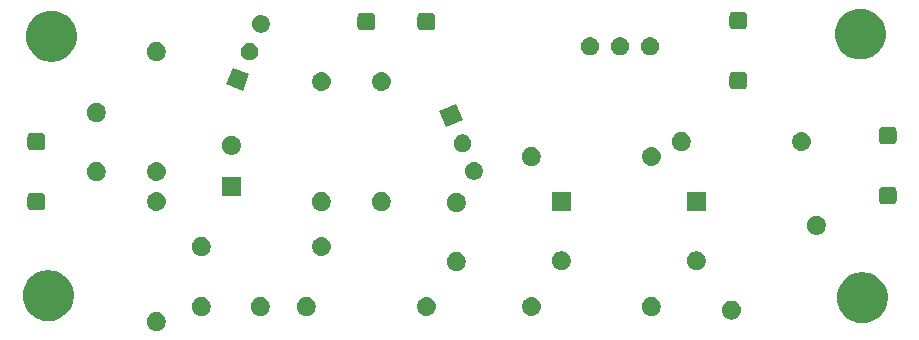
<source format=gbr>
G04 #@! TF.GenerationSoftware,KiCad,Pcbnew,(5.1.4)-1*
G04 #@! TF.CreationDate,2021-03-27T03:22:11-04:00*
G04 #@! TF.ProjectId,klark amp boards,6b6c6172-6b20-4616-9d70-20626f617264,1*
G04 #@! TF.SameCoordinates,Original*
G04 #@! TF.FileFunction,Soldermask,Top*
G04 #@! TF.FilePolarity,Negative*
%FSLAX46Y46*%
G04 Gerber Fmt 4.6, Leading zero omitted, Abs format (unit mm)*
G04 Created by KiCad (PCBNEW (5.1.4)-1) date 2021-03-27 03:22:11*
%MOMM*%
%LPD*%
G04 APERTURE LIST*
%ADD10C,0.152400*%
G04 APERTURE END LIST*
D10*
G36*
X142370312Y-100810248D02*
G01*
X142473351Y-100830743D01*
X142618942Y-100891049D01*
X142749970Y-100978599D01*
X142861401Y-101090030D01*
X142948951Y-101221058D01*
X143009257Y-101366649D01*
X143040000Y-101521207D01*
X143040000Y-101678793D01*
X143009257Y-101833351D01*
X142948951Y-101978942D01*
X142861401Y-102109970D01*
X142749970Y-102221401D01*
X142618942Y-102308951D01*
X142473351Y-102369257D01*
X142370312Y-102389752D01*
X142318794Y-102400000D01*
X142161206Y-102400000D01*
X142109688Y-102389752D01*
X142006649Y-102369257D01*
X141861058Y-102308951D01*
X141730030Y-102221401D01*
X141618599Y-102109970D01*
X141531049Y-101978942D01*
X141470743Y-101833351D01*
X141440000Y-101678793D01*
X141440000Y-101521207D01*
X141470743Y-101366649D01*
X141531049Y-101221058D01*
X141618599Y-101090030D01*
X141730030Y-100978599D01*
X141861058Y-100891049D01*
X142006649Y-100830743D01*
X142109688Y-100810248D01*
X142161206Y-100800000D01*
X142318794Y-100800000D01*
X142370312Y-100810248D01*
X142370312Y-100810248D01*
G37*
G36*
X202361495Y-97470941D02*
G01*
X202638412Y-97526023D01*
X203029687Y-97688095D01*
X203381825Y-97923386D01*
X203681294Y-98222855D01*
X203916585Y-98574993D01*
X204078657Y-98966268D01*
X204078657Y-98966270D01*
X204161280Y-99381642D01*
X204161280Y-99805158D01*
X204144776Y-99888127D01*
X204078657Y-100220532D01*
X203916585Y-100611807D01*
X203681294Y-100963945D01*
X203381825Y-101263414D01*
X203029687Y-101498705D01*
X202638412Y-101660777D01*
X202361495Y-101715859D01*
X202223038Y-101743400D01*
X201799522Y-101743400D01*
X201661065Y-101715859D01*
X201384148Y-101660777D01*
X200992873Y-101498705D01*
X200640735Y-101263414D01*
X200341266Y-100963945D01*
X200105975Y-100611807D01*
X199943903Y-100220532D01*
X199877784Y-99888127D01*
X199861280Y-99805158D01*
X199861280Y-99381642D01*
X199943903Y-98966270D01*
X199943903Y-98966268D01*
X200105975Y-98574993D01*
X200341266Y-98222855D01*
X200640735Y-97923386D01*
X200992873Y-97688095D01*
X201384148Y-97526023D01*
X201661065Y-97470941D01*
X201799522Y-97443400D01*
X202223038Y-97443400D01*
X202361495Y-97470941D01*
X202361495Y-97470941D01*
G37*
G36*
X133436055Y-97288061D02*
G01*
X133712972Y-97343143D01*
X134104247Y-97505215D01*
X134456385Y-97740506D01*
X134755854Y-98039975D01*
X134991145Y-98392113D01*
X135153217Y-98783388D01*
X135153217Y-98783390D01*
X135235840Y-99198762D01*
X135235840Y-99622278D01*
X135228017Y-99661607D01*
X135153217Y-100037652D01*
X134991145Y-100428927D01*
X134755854Y-100781065D01*
X134456385Y-101080534D01*
X134104247Y-101315825D01*
X133712972Y-101477897D01*
X133495242Y-101521206D01*
X133297598Y-101560520D01*
X132874082Y-101560520D01*
X132676438Y-101521206D01*
X132458708Y-101477897D01*
X132067433Y-101315825D01*
X131715295Y-101080534D01*
X131415826Y-100781065D01*
X131180535Y-100428927D01*
X131018463Y-100037652D01*
X130943663Y-99661607D01*
X130935840Y-99622278D01*
X130935840Y-99198762D01*
X131018463Y-98783390D01*
X131018463Y-98783388D01*
X131180535Y-98392113D01*
X131415826Y-98039975D01*
X131715295Y-97740506D01*
X132067433Y-97505215D01*
X132458708Y-97343143D01*
X132735625Y-97288061D01*
X132874082Y-97260520D01*
X133297598Y-97260520D01*
X133436055Y-97288061D01*
X133436055Y-97288061D01*
G37*
G36*
X191084999Y-99842380D02*
G01*
X191235808Y-99888127D01*
X191374779Y-99962409D01*
X191496597Y-100062383D01*
X191596571Y-100184201D01*
X191670853Y-100323172D01*
X191716600Y-100473981D01*
X191732046Y-100630805D01*
X191716600Y-100787629D01*
X191670853Y-100938438D01*
X191596571Y-101077409D01*
X191496597Y-101199227D01*
X191374779Y-101299201D01*
X191235808Y-101373483D01*
X191084999Y-101419230D01*
X190967474Y-101430805D01*
X190888876Y-101430805D01*
X190771351Y-101419230D01*
X190620542Y-101373483D01*
X190481571Y-101299201D01*
X190359753Y-101199227D01*
X190259779Y-101077409D01*
X190185497Y-100938438D01*
X190139750Y-100787629D01*
X190124304Y-100630805D01*
X190139750Y-100473981D01*
X190185497Y-100323172D01*
X190259779Y-100184201D01*
X190359753Y-100062383D01*
X190481571Y-99962409D01*
X190620542Y-99888127D01*
X190771351Y-99842380D01*
X190888876Y-99830805D01*
X190967474Y-99830805D01*
X191084999Y-99842380D01*
X191084999Y-99842380D01*
G37*
G36*
X165256824Y-99541575D02*
G01*
X165407633Y-99587322D01*
X165546604Y-99661604D01*
X165668422Y-99761578D01*
X165768396Y-99883396D01*
X165842678Y-100022367D01*
X165888425Y-100173176D01*
X165903871Y-100330000D01*
X165888425Y-100486824D01*
X165842678Y-100637633D01*
X165768396Y-100776604D01*
X165668422Y-100898422D01*
X165546604Y-100998396D01*
X165407633Y-101072678D01*
X165256824Y-101118425D01*
X165139299Y-101130000D01*
X165060701Y-101130000D01*
X164943176Y-101118425D01*
X164792367Y-101072678D01*
X164653396Y-100998396D01*
X164531578Y-100898422D01*
X164431604Y-100776604D01*
X164357322Y-100637633D01*
X164311575Y-100486824D01*
X164296129Y-100330000D01*
X164311575Y-100173176D01*
X164357322Y-100022367D01*
X164431604Y-99883396D01*
X164531578Y-99761578D01*
X164653396Y-99661604D01*
X164792367Y-99587322D01*
X164943176Y-99541575D01*
X165060701Y-99530000D01*
X165139299Y-99530000D01*
X165256824Y-99541575D01*
X165256824Y-99541575D01*
G37*
G36*
X174146824Y-99541575D02*
G01*
X174297633Y-99587322D01*
X174436604Y-99661604D01*
X174558422Y-99761578D01*
X174658396Y-99883396D01*
X174732678Y-100022367D01*
X174778425Y-100173176D01*
X174793871Y-100330000D01*
X174778425Y-100486824D01*
X174732678Y-100637633D01*
X174658396Y-100776604D01*
X174558422Y-100898422D01*
X174436604Y-100998396D01*
X174297633Y-101072678D01*
X174146824Y-101118425D01*
X174029299Y-101130000D01*
X173950701Y-101130000D01*
X173833176Y-101118425D01*
X173682367Y-101072678D01*
X173543396Y-100998396D01*
X173421578Y-100898422D01*
X173321604Y-100776604D01*
X173247322Y-100637633D01*
X173201575Y-100486824D01*
X173186129Y-100330000D01*
X173201575Y-100173176D01*
X173247322Y-100022367D01*
X173321604Y-99883396D01*
X173421578Y-99761578D01*
X173543396Y-99661604D01*
X173682367Y-99587322D01*
X173833176Y-99541575D01*
X173950701Y-99530000D01*
X174029299Y-99530000D01*
X174146824Y-99541575D01*
X174146824Y-99541575D01*
G37*
G36*
X184280312Y-99540248D02*
G01*
X184383351Y-99560743D01*
X184528942Y-99621049D01*
X184659970Y-99708599D01*
X184771401Y-99820030D01*
X184858951Y-99951058D01*
X184919257Y-100096649D01*
X184919257Y-100096651D01*
X184943899Y-100220532D01*
X184950000Y-100251207D01*
X184950000Y-100408793D01*
X184919257Y-100563351D01*
X184858951Y-100708942D01*
X184771401Y-100839970D01*
X184659970Y-100951401D01*
X184528942Y-101038951D01*
X184383351Y-101099257D01*
X184286990Y-101118424D01*
X184228794Y-101130000D01*
X184071206Y-101130000D01*
X184013010Y-101118424D01*
X183916649Y-101099257D01*
X183771058Y-101038951D01*
X183640030Y-100951401D01*
X183528599Y-100839970D01*
X183441049Y-100708942D01*
X183380743Y-100563351D01*
X183350000Y-100408793D01*
X183350000Y-100251207D01*
X183356102Y-100220532D01*
X183380743Y-100096651D01*
X183380743Y-100096649D01*
X183441049Y-99951058D01*
X183528599Y-99820030D01*
X183640030Y-99708599D01*
X183771058Y-99621049D01*
X183916649Y-99560743D01*
X184019688Y-99540248D01*
X184071206Y-99530000D01*
X184228794Y-99530000D01*
X184280312Y-99540248D01*
X184280312Y-99540248D01*
G37*
G36*
X155070312Y-99540248D02*
G01*
X155173351Y-99560743D01*
X155318942Y-99621049D01*
X155449970Y-99708599D01*
X155561401Y-99820030D01*
X155648951Y-99951058D01*
X155709257Y-100096649D01*
X155709257Y-100096651D01*
X155733899Y-100220532D01*
X155740000Y-100251207D01*
X155740000Y-100408793D01*
X155709257Y-100563351D01*
X155648951Y-100708942D01*
X155561401Y-100839970D01*
X155449970Y-100951401D01*
X155318942Y-101038951D01*
X155173351Y-101099257D01*
X155076990Y-101118424D01*
X155018794Y-101130000D01*
X154861206Y-101130000D01*
X154803010Y-101118424D01*
X154706649Y-101099257D01*
X154561058Y-101038951D01*
X154430030Y-100951401D01*
X154318599Y-100839970D01*
X154231049Y-100708942D01*
X154170743Y-100563351D01*
X154140000Y-100408793D01*
X154140000Y-100251207D01*
X154146102Y-100220532D01*
X154170743Y-100096651D01*
X154170743Y-100096649D01*
X154231049Y-99951058D01*
X154318599Y-99820030D01*
X154430030Y-99708599D01*
X154561058Y-99621049D01*
X154706649Y-99560743D01*
X154809688Y-99540248D01*
X154861206Y-99530000D01*
X155018794Y-99530000D01*
X155070312Y-99540248D01*
X155070312Y-99540248D01*
G37*
G36*
X151180312Y-99540248D02*
G01*
X151283351Y-99560743D01*
X151428942Y-99621049D01*
X151559970Y-99708599D01*
X151671401Y-99820030D01*
X151758951Y-99951058D01*
X151819257Y-100096649D01*
X151819257Y-100096651D01*
X151843899Y-100220532D01*
X151850000Y-100251207D01*
X151850000Y-100408793D01*
X151819257Y-100563351D01*
X151758951Y-100708942D01*
X151671401Y-100839970D01*
X151559970Y-100951401D01*
X151428942Y-101038951D01*
X151283351Y-101099257D01*
X151186990Y-101118424D01*
X151128794Y-101130000D01*
X150971206Y-101130000D01*
X150913010Y-101118424D01*
X150816649Y-101099257D01*
X150671058Y-101038951D01*
X150540030Y-100951401D01*
X150428599Y-100839970D01*
X150341049Y-100708942D01*
X150280743Y-100563351D01*
X150250000Y-100408793D01*
X150250000Y-100251207D01*
X150256102Y-100220532D01*
X150280743Y-100096651D01*
X150280743Y-100096649D01*
X150341049Y-99951058D01*
X150428599Y-99820030D01*
X150540030Y-99708599D01*
X150671058Y-99621049D01*
X150816649Y-99560743D01*
X150919688Y-99540248D01*
X150971206Y-99530000D01*
X151128794Y-99530000D01*
X151180312Y-99540248D01*
X151180312Y-99540248D01*
G37*
G36*
X146180312Y-99540248D02*
G01*
X146283351Y-99560743D01*
X146428942Y-99621049D01*
X146559970Y-99708599D01*
X146671401Y-99820030D01*
X146758951Y-99951058D01*
X146819257Y-100096649D01*
X146819257Y-100096651D01*
X146843899Y-100220532D01*
X146850000Y-100251207D01*
X146850000Y-100408793D01*
X146819257Y-100563351D01*
X146758951Y-100708942D01*
X146671401Y-100839970D01*
X146559970Y-100951401D01*
X146428942Y-101038951D01*
X146283351Y-101099257D01*
X146186990Y-101118424D01*
X146128794Y-101130000D01*
X145971206Y-101130000D01*
X145913010Y-101118424D01*
X145816649Y-101099257D01*
X145671058Y-101038951D01*
X145540030Y-100951401D01*
X145428599Y-100839970D01*
X145341049Y-100708942D01*
X145280743Y-100563351D01*
X145250000Y-100408793D01*
X145250000Y-100251207D01*
X145256102Y-100220532D01*
X145280743Y-100096651D01*
X145280743Y-100096649D01*
X145341049Y-99951058D01*
X145428599Y-99820030D01*
X145540030Y-99708599D01*
X145671058Y-99621049D01*
X145816649Y-99560743D01*
X145919688Y-99540248D01*
X145971206Y-99530000D01*
X146128794Y-99530000D01*
X146180312Y-99540248D01*
X146180312Y-99540248D01*
G37*
G36*
X167770312Y-95730248D02*
G01*
X167873351Y-95750743D01*
X168018942Y-95811049D01*
X168149970Y-95898599D01*
X168261401Y-96010030D01*
X168348951Y-96141058D01*
X168409257Y-96286649D01*
X168440000Y-96441207D01*
X168440000Y-96598793D01*
X168409257Y-96753351D01*
X168348951Y-96898942D01*
X168261401Y-97029970D01*
X168149970Y-97141401D01*
X168018942Y-97228951D01*
X167873351Y-97289257D01*
X167770312Y-97309752D01*
X167718794Y-97320000D01*
X167561206Y-97320000D01*
X167509688Y-97309752D01*
X167406649Y-97289257D01*
X167261058Y-97228951D01*
X167130030Y-97141401D01*
X167018599Y-97029970D01*
X166931049Y-96898942D01*
X166870743Y-96753351D01*
X166840000Y-96598793D01*
X166840000Y-96441207D01*
X166870743Y-96286649D01*
X166931049Y-96141058D01*
X167018599Y-96010030D01*
X167130030Y-95898599D01*
X167261058Y-95811049D01*
X167406649Y-95750743D01*
X167509688Y-95730248D01*
X167561206Y-95720000D01*
X167718794Y-95720000D01*
X167770312Y-95730248D01*
X167770312Y-95730248D01*
G37*
G36*
X188090312Y-95650248D02*
G01*
X188193351Y-95670743D01*
X188338942Y-95731049D01*
X188469970Y-95818599D01*
X188581401Y-95930030D01*
X188668951Y-96061058D01*
X188729257Y-96206649D01*
X188760000Y-96361207D01*
X188760000Y-96518793D01*
X188729257Y-96673351D01*
X188668951Y-96818942D01*
X188581401Y-96949970D01*
X188469970Y-97061401D01*
X188338942Y-97148951D01*
X188193351Y-97209257D01*
X188094346Y-97228950D01*
X188038794Y-97240000D01*
X187881206Y-97240000D01*
X187825654Y-97228950D01*
X187726649Y-97209257D01*
X187581058Y-97148951D01*
X187450030Y-97061401D01*
X187338599Y-96949970D01*
X187251049Y-96818942D01*
X187190743Y-96673351D01*
X187160000Y-96518793D01*
X187160000Y-96361207D01*
X187190743Y-96206649D01*
X187251049Y-96061058D01*
X187338599Y-95930030D01*
X187450030Y-95818599D01*
X187581058Y-95731049D01*
X187726649Y-95670743D01*
X187829688Y-95650248D01*
X187881206Y-95640000D01*
X188038794Y-95640000D01*
X188090312Y-95650248D01*
X188090312Y-95650248D01*
G37*
G36*
X176660312Y-95650248D02*
G01*
X176763351Y-95670743D01*
X176908942Y-95731049D01*
X177039970Y-95818599D01*
X177151401Y-95930030D01*
X177238951Y-96061058D01*
X177299257Y-96206649D01*
X177330000Y-96361207D01*
X177330000Y-96518793D01*
X177299257Y-96673351D01*
X177238951Y-96818942D01*
X177151401Y-96949970D01*
X177039970Y-97061401D01*
X176908942Y-97148951D01*
X176763351Y-97209257D01*
X176664346Y-97228950D01*
X176608794Y-97240000D01*
X176451206Y-97240000D01*
X176395654Y-97228950D01*
X176296649Y-97209257D01*
X176151058Y-97148951D01*
X176020030Y-97061401D01*
X175908599Y-96949970D01*
X175821049Y-96818942D01*
X175760743Y-96673351D01*
X175730000Y-96518793D01*
X175730000Y-96361207D01*
X175760743Y-96206649D01*
X175821049Y-96061058D01*
X175908599Y-95930030D01*
X176020030Y-95818599D01*
X176151058Y-95731049D01*
X176296649Y-95670743D01*
X176399688Y-95650248D01*
X176451206Y-95640000D01*
X176608794Y-95640000D01*
X176660312Y-95650248D01*
X176660312Y-95650248D01*
G37*
G36*
X146180312Y-94460248D02*
G01*
X146283351Y-94480743D01*
X146428942Y-94541049D01*
X146559970Y-94628599D01*
X146671401Y-94740030D01*
X146758951Y-94871058D01*
X146819257Y-95016649D01*
X146850000Y-95171207D01*
X146850000Y-95328793D01*
X146819257Y-95483351D01*
X146758951Y-95628942D01*
X146671401Y-95759970D01*
X146559970Y-95871401D01*
X146428942Y-95958951D01*
X146283351Y-96019257D01*
X146186990Y-96038424D01*
X146128794Y-96050000D01*
X145971206Y-96050000D01*
X145913010Y-96038424D01*
X145816649Y-96019257D01*
X145671058Y-95958951D01*
X145540030Y-95871401D01*
X145428599Y-95759970D01*
X145341049Y-95628942D01*
X145280743Y-95483351D01*
X145250000Y-95328793D01*
X145250000Y-95171207D01*
X145280743Y-95016649D01*
X145341049Y-94871058D01*
X145428599Y-94740030D01*
X145540030Y-94628599D01*
X145671058Y-94541049D01*
X145816649Y-94480743D01*
X145919688Y-94460248D01*
X145971206Y-94450000D01*
X146128794Y-94450000D01*
X146180312Y-94460248D01*
X146180312Y-94460248D01*
G37*
G36*
X156366824Y-94461575D02*
G01*
X156517633Y-94507322D01*
X156656604Y-94581604D01*
X156778422Y-94681578D01*
X156878396Y-94803396D01*
X156952678Y-94942367D01*
X156998425Y-95093176D01*
X157013871Y-95250000D01*
X156998425Y-95406824D01*
X156952678Y-95557633D01*
X156878396Y-95696604D01*
X156778422Y-95818422D01*
X156656604Y-95918396D01*
X156517633Y-95992678D01*
X156366824Y-96038425D01*
X156249299Y-96050000D01*
X156170701Y-96050000D01*
X156053176Y-96038425D01*
X155902367Y-95992678D01*
X155763396Y-95918396D01*
X155641578Y-95818422D01*
X155541604Y-95696604D01*
X155467322Y-95557633D01*
X155421575Y-95406824D01*
X155406129Y-95250000D01*
X155421575Y-95093176D01*
X155467322Y-94942367D01*
X155541604Y-94803396D01*
X155641578Y-94681578D01*
X155763396Y-94581604D01*
X155902367Y-94507322D01*
X156053176Y-94461575D01*
X156170701Y-94450000D01*
X156249299Y-94450000D01*
X156366824Y-94461575D01*
X156366824Y-94461575D01*
G37*
G36*
X198242692Y-92656848D02*
G01*
X198345731Y-92677343D01*
X198491322Y-92737649D01*
X198622350Y-92825199D01*
X198733781Y-92936630D01*
X198821331Y-93067658D01*
X198881637Y-93213249D01*
X198912380Y-93367807D01*
X198912380Y-93525393D01*
X198881637Y-93679951D01*
X198821331Y-93825542D01*
X198733781Y-93956570D01*
X198622350Y-94068001D01*
X198491322Y-94155551D01*
X198345731Y-94215857D01*
X198242692Y-94236352D01*
X198191174Y-94246600D01*
X198033586Y-94246600D01*
X197982068Y-94236352D01*
X197879029Y-94215857D01*
X197733438Y-94155551D01*
X197602410Y-94068001D01*
X197490979Y-93956570D01*
X197403429Y-93825542D01*
X197343123Y-93679951D01*
X197312380Y-93525393D01*
X197312380Y-93367807D01*
X197343123Y-93213249D01*
X197403429Y-93067658D01*
X197490979Y-92936630D01*
X197602410Y-92825199D01*
X197733438Y-92737649D01*
X197879029Y-92677343D01*
X197982068Y-92656848D01*
X198033586Y-92646600D01*
X198191174Y-92646600D01*
X198242692Y-92656848D01*
X198242692Y-92656848D01*
G37*
G36*
X167770312Y-90730248D02*
G01*
X167873351Y-90750743D01*
X168018942Y-90811049D01*
X168149970Y-90898599D01*
X168261401Y-91010030D01*
X168348951Y-91141058D01*
X168409257Y-91286649D01*
X168409257Y-91286651D01*
X168440000Y-91441206D01*
X168440000Y-91598794D01*
X168431148Y-91643295D01*
X168409257Y-91753351D01*
X168348951Y-91898942D01*
X168261401Y-92029970D01*
X168149970Y-92141401D01*
X168018942Y-92228951D01*
X167873351Y-92289257D01*
X167770312Y-92309752D01*
X167718794Y-92320000D01*
X167561206Y-92320000D01*
X167509688Y-92309752D01*
X167406649Y-92289257D01*
X167261058Y-92228951D01*
X167130030Y-92141401D01*
X167018599Y-92029970D01*
X166931049Y-91898942D01*
X166870743Y-91753351D01*
X166848852Y-91643295D01*
X166840000Y-91598794D01*
X166840000Y-91441206D01*
X166870743Y-91286651D01*
X166870743Y-91286649D01*
X166931049Y-91141058D01*
X167018599Y-91010030D01*
X167130030Y-90898599D01*
X167261058Y-90811049D01*
X167406649Y-90750743D01*
X167509688Y-90730248D01*
X167561206Y-90720000D01*
X167718794Y-90720000D01*
X167770312Y-90730248D01*
X167770312Y-90730248D01*
G37*
G36*
X177330000Y-92240000D02*
G01*
X175730000Y-92240000D01*
X175730000Y-90640000D01*
X177330000Y-90640000D01*
X177330000Y-92240000D01*
X177330000Y-92240000D01*
G37*
G36*
X156340312Y-90650248D02*
G01*
X156443351Y-90670743D01*
X156588942Y-90731049D01*
X156719970Y-90818599D01*
X156831401Y-90930030D01*
X156918951Y-91061058D01*
X156979257Y-91206649D01*
X157010000Y-91361207D01*
X157010000Y-91518793D01*
X156979257Y-91673351D01*
X156918951Y-91818942D01*
X156831401Y-91949970D01*
X156719970Y-92061401D01*
X156588942Y-92148951D01*
X156443351Y-92209257D01*
X156346990Y-92228424D01*
X156288794Y-92240000D01*
X156131206Y-92240000D01*
X156073010Y-92228424D01*
X155976649Y-92209257D01*
X155831058Y-92148951D01*
X155700030Y-92061401D01*
X155588599Y-91949970D01*
X155501049Y-91818942D01*
X155440743Y-91673351D01*
X155410000Y-91518793D01*
X155410000Y-91361207D01*
X155440743Y-91206649D01*
X155501049Y-91061058D01*
X155588599Y-90930030D01*
X155700030Y-90818599D01*
X155831058Y-90731049D01*
X155976649Y-90670743D01*
X156079688Y-90650248D01*
X156131206Y-90640000D01*
X156288794Y-90640000D01*
X156340312Y-90650248D01*
X156340312Y-90650248D01*
G37*
G36*
X142396824Y-90651575D02*
G01*
X142547633Y-90697322D01*
X142686604Y-90771604D01*
X142808422Y-90871578D01*
X142908396Y-90993396D01*
X142982678Y-91132367D01*
X143028425Y-91283176D01*
X143043871Y-91440000D01*
X143028425Y-91596824D01*
X142982678Y-91747633D01*
X142908396Y-91886604D01*
X142808422Y-92008422D01*
X142686604Y-92108396D01*
X142547633Y-92182678D01*
X142396824Y-92228425D01*
X142279299Y-92240000D01*
X142200701Y-92240000D01*
X142083176Y-92228425D01*
X141932367Y-92182678D01*
X141793396Y-92108396D01*
X141671578Y-92008422D01*
X141571604Y-91886604D01*
X141497322Y-91747633D01*
X141451575Y-91596824D01*
X141436129Y-91440000D01*
X141451575Y-91283176D01*
X141497322Y-91132367D01*
X141571604Y-90993396D01*
X141671578Y-90871578D01*
X141793396Y-90771604D01*
X141932367Y-90697322D01*
X142083176Y-90651575D01*
X142200701Y-90640000D01*
X142279299Y-90640000D01*
X142396824Y-90651575D01*
X142396824Y-90651575D01*
G37*
G36*
X161420312Y-90650248D02*
G01*
X161523351Y-90670743D01*
X161668942Y-90731049D01*
X161799970Y-90818599D01*
X161911401Y-90930030D01*
X161998951Y-91061058D01*
X162059257Y-91206649D01*
X162090000Y-91361207D01*
X162090000Y-91518793D01*
X162059257Y-91673351D01*
X161998951Y-91818942D01*
X161911401Y-91949970D01*
X161799970Y-92061401D01*
X161668942Y-92148951D01*
X161523351Y-92209257D01*
X161426990Y-92228424D01*
X161368794Y-92240000D01*
X161211206Y-92240000D01*
X161153010Y-92228424D01*
X161056649Y-92209257D01*
X160911058Y-92148951D01*
X160780030Y-92061401D01*
X160668599Y-91949970D01*
X160581049Y-91818942D01*
X160520743Y-91673351D01*
X160490000Y-91518793D01*
X160490000Y-91361207D01*
X160520743Y-91206649D01*
X160581049Y-91061058D01*
X160668599Y-90930030D01*
X160780030Y-90818599D01*
X160911058Y-90731049D01*
X161056649Y-90670743D01*
X161159688Y-90650248D01*
X161211206Y-90640000D01*
X161368794Y-90640000D01*
X161420312Y-90650248D01*
X161420312Y-90650248D01*
G37*
G36*
X188760000Y-92240000D02*
G01*
X187160000Y-92240000D01*
X187160000Y-90640000D01*
X188760000Y-90640000D01*
X188760000Y-92240000D01*
X188760000Y-92240000D01*
G37*
G36*
X132552251Y-90696914D02*
G01*
X132616915Y-90716530D01*
X132676511Y-90748384D01*
X132728747Y-90791253D01*
X132771616Y-90843489D01*
X132803470Y-90903085D01*
X132823086Y-90967749D01*
X132830000Y-91037947D01*
X132830000Y-91842053D01*
X132823086Y-91912251D01*
X132803470Y-91976915D01*
X132771616Y-92036511D01*
X132728747Y-92088747D01*
X132676511Y-92131616D01*
X132616915Y-92163470D01*
X132552251Y-92183086D01*
X132482053Y-92190000D01*
X131677947Y-92190000D01*
X131607749Y-92183086D01*
X131543085Y-92163470D01*
X131483489Y-92131616D01*
X131431253Y-92088747D01*
X131388384Y-92036511D01*
X131356530Y-91976915D01*
X131336914Y-91912251D01*
X131330000Y-91842053D01*
X131330000Y-91037947D01*
X131336914Y-90967749D01*
X131356530Y-90903085D01*
X131388384Y-90843489D01*
X131431253Y-90791253D01*
X131483489Y-90748384D01*
X131543085Y-90716530D01*
X131607749Y-90696914D01*
X131677947Y-90690000D01*
X132482053Y-90690000D01*
X132552251Y-90696914D01*
X132552251Y-90696914D01*
G37*
G36*
X204637451Y-90178754D02*
G01*
X204702115Y-90198370D01*
X204761711Y-90230224D01*
X204813947Y-90273093D01*
X204856816Y-90325329D01*
X204888670Y-90384925D01*
X204908286Y-90449589D01*
X204915200Y-90519787D01*
X204915200Y-91323893D01*
X204908286Y-91394091D01*
X204888670Y-91458755D01*
X204856816Y-91518351D01*
X204813947Y-91570587D01*
X204761711Y-91613456D01*
X204702115Y-91645310D01*
X204637451Y-91664926D01*
X204567253Y-91671840D01*
X203763147Y-91671840D01*
X203692949Y-91664926D01*
X203628285Y-91645310D01*
X203568689Y-91613456D01*
X203516453Y-91570587D01*
X203473584Y-91518351D01*
X203441730Y-91458755D01*
X203422114Y-91394091D01*
X203415200Y-91323893D01*
X203415200Y-90519787D01*
X203422114Y-90449589D01*
X203441730Y-90384925D01*
X203473584Y-90325329D01*
X203516453Y-90273093D01*
X203568689Y-90230224D01*
X203628285Y-90198370D01*
X203692949Y-90178754D01*
X203763147Y-90171840D01*
X204567253Y-90171840D01*
X204637451Y-90178754D01*
X204637451Y-90178754D01*
G37*
G36*
X149390000Y-90970000D02*
G01*
X147790000Y-90970000D01*
X147790000Y-89370000D01*
X149390000Y-89370000D01*
X149390000Y-90970000D01*
X149390000Y-90970000D01*
G37*
G36*
X137290312Y-88110248D02*
G01*
X137393351Y-88130743D01*
X137538942Y-88191049D01*
X137669970Y-88278599D01*
X137781401Y-88390030D01*
X137868951Y-88521058D01*
X137929257Y-88666649D01*
X137960000Y-88821207D01*
X137960000Y-88978793D01*
X137929257Y-89133351D01*
X137868951Y-89278942D01*
X137781401Y-89409970D01*
X137669970Y-89521401D01*
X137538942Y-89608951D01*
X137393351Y-89669257D01*
X137296990Y-89688424D01*
X137238794Y-89700000D01*
X137081206Y-89700000D01*
X137023010Y-89688424D01*
X136926649Y-89669257D01*
X136781058Y-89608951D01*
X136650030Y-89521401D01*
X136538599Y-89409970D01*
X136451049Y-89278942D01*
X136390743Y-89133351D01*
X136360000Y-88978793D01*
X136360000Y-88821207D01*
X136390743Y-88666649D01*
X136451049Y-88521058D01*
X136538599Y-88390030D01*
X136650030Y-88278599D01*
X136781058Y-88191049D01*
X136926649Y-88130743D01*
X137029688Y-88110248D01*
X137081206Y-88100000D01*
X137238794Y-88100000D01*
X137290312Y-88110248D01*
X137290312Y-88110248D01*
G37*
G36*
X142396824Y-88111575D02*
G01*
X142547633Y-88157322D01*
X142686604Y-88231604D01*
X142808422Y-88331578D01*
X142908396Y-88453396D01*
X142982678Y-88592367D01*
X143028425Y-88743176D01*
X143043871Y-88900000D01*
X143028425Y-89056824D01*
X142982678Y-89207633D01*
X142908396Y-89346604D01*
X142808422Y-89468422D01*
X142686604Y-89568396D01*
X142547633Y-89642678D01*
X142396824Y-89688425D01*
X142279299Y-89700000D01*
X142200701Y-89700000D01*
X142083176Y-89688425D01*
X141932367Y-89642678D01*
X141793396Y-89568396D01*
X141671578Y-89468422D01*
X141571604Y-89346604D01*
X141497322Y-89207633D01*
X141451575Y-89056824D01*
X141436129Y-88900000D01*
X141451575Y-88743176D01*
X141497322Y-88592367D01*
X141571604Y-88453396D01*
X141671578Y-88331578D01*
X141793396Y-88231604D01*
X141932367Y-88157322D01*
X142083176Y-88111575D01*
X142200701Y-88100000D01*
X142279299Y-88100000D01*
X142396824Y-88111575D01*
X142396824Y-88111575D01*
G37*
G36*
X169353219Y-88127410D02*
G01*
X169425432Y-88157322D01*
X169489711Y-88183947D01*
X169561034Y-88231604D01*
X169612549Y-88266025D01*
X169717015Y-88370491D01*
X169717016Y-88370493D01*
X169799093Y-88493329D01*
X169817939Y-88538827D01*
X169855630Y-88629821D01*
X169884452Y-88774719D01*
X169884452Y-88922457D01*
X169855630Y-89067355D01*
X169828294Y-89133349D01*
X169799093Y-89203847D01*
X169796563Y-89207633D01*
X169717015Y-89326685D01*
X169612549Y-89431151D01*
X169571417Y-89458634D01*
X169489711Y-89513229D01*
X169469979Y-89521402D01*
X169353219Y-89569766D01*
X169208321Y-89598588D01*
X169060583Y-89598588D01*
X168915685Y-89569766D01*
X168798925Y-89521402D01*
X168779193Y-89513229D01*
X168697487Y-89458634D01*
X168656355Y-89431151D01*
X168551889Y-89326685D01*
X168472341Y-89207633D01*
X168469811Y-89203847D01*
X168440610Y-89133349D01*
X168413274Y-89067355D01*
X168384452Y-88922457D01*
X168384452Y-88774719D01*
X168413274Y-88629821D01*
X168450965Y-88538827D01*
X168469811Y-88493329D01*
X168551888Y-88370493D01*
X168551889Y-88370491D01*
X168656355Y-88266025D01*
X168707870Y-88231604D01*
X168779193Y-88183947D01*
X168843472Y-88157322D01*
X168915685Y-88127410D01*
X169060583Y-88098588D01*
X169208321Y-88098588D01*
X169353219Y-88127410D01*
X169353219Y-88127410D01*
G37*
G36*
X184306824Y-86841575D02*
G01*
X184457633Y-86887322D01*
X184596604Y-86961604D01*
X184718422Y-87061578D01*
X184818396Y-87183396D01*
X184892678Y-87322367D01*
X184938425Y-87473176D01*
X184953871Y-87630000D01*
X184938425Y-87786824D01*
X184892678Y-87937633D01*
X184818396Y-88076604D01*
X184718422Y-88198422D01*
X184596604Y-88298396D01*
X184457633Y-88372678D01*
X184306824Y-88418425D01*
X184189299Y-88430000D01*
X184110701Y-88430000D01*
X183993176Y-88418425D01*
X183842367Y-88372678D01*
X183703396Y-88298396D01*
X183581578Y-88198422D01*
X183481604Y-88076604D01*
X183407322Y-87937633D01*
X183361575Y-87786824D01*
X183346129Y-87630000D01*
X183361575Y-87473176D01*
X183407322Y-87322367D01*
X183481604Y-87183396D01*
X183581578Y-87061578D01*
X183703396Y-86961604D01*
X183842367Y-86887322D01*
X183993176Y-86841575D01*
X184110701Y-86830000D01*
X184189299Y-86830000D01*
X184306824Y-86841575D01*
X184306824Y-86841575D01*
G37*
G36*
X174120312Y-86840248D02*
G01*
X174223351Y-86860743D01*
X174368942Y-86921049D01*
X174499970Y-87008599D01*
X174611401Y-87120030D01*
X174698951Y-87251058D01*
X174759257Y-87396649D01*
X174790000Y-87551207D01*
X174790000Y-87708793D01*
X174759257Y-87863351D01*
X174698951Y-88008942D01*
X174611401Y-88139970D01*
X174499970Y-88251401D01*
X174368942Y-88338951D01*
X174223351Y-88399257D01*
X174126990Y-88418424D01*
X174068794Y-88430000D01*
X173911206Y-88430000D01*
X173853010Y-88418424D01*
X173756649Y-88399257D01*
X173611058Y-88338951D01*
X173480030Y-88251401D01*
X173368599Y-88139970D01*
X173281049Y-88008942D01*
X173220743Y-87863351D01*
X173190000Y-87708793D01*
X173190000Y-87551207D01*
X173220743Y-87396649D01*
X173281049Y-87251058D01*
X173368599Y-87120030D01*
X173480030Y-87008599D01*
X173611058Y-86921049D01*
X173756649Y-86860743D01*
X173859688Y-86840248D01*
X173911206Y-86830000D01*
X174068794Y-86830000D01*
X174120312Y-86840248D01*
X174120312Y-86840248D01*
G37*
G36*
X148720312Y-85880248D02*
G01*
X148823351Y-85900743D01*
X148968942Y-85961049D01*
X149099970Y-86048599D01*
X149211401Y-86160030D01*
X149298951Y-86291058D01*
X149359257Y-86436649D01*
X149375205Y-86516827D01*
X149390000Y-86591206D01*
X149390000Y-86748794D01*
X149379752Y-86800312D01*
X149359257Y-86903351D01*
X149298951Y-87048942D01*
X149211401Y-87179970D01*
X149099970Y-87291401D01*
X148968942Y-87378951D01*
X148823351Y-87439257D01*
X148720312Y-87459752D01*
X148668794Y-87470000D01*
X148511206Y-87470000D01*
X148459688Y-87459752D01*
X148356649Y-87439257D01*
X148211058Y-87378951D01*
X148080030Y-87291401D01*
X147968599Y-87179970D01*
X147881049Y-87048942D01*
X147820743Y-86903351D01*
X147800248Y-86800312D01*
X147790000Y-86748794D01*
X147790000Y-86591206D01*
X147804795Y-86516827D01*
X147820743Y-86436649D01*
X147881049Y-86291058D01*
X147968599Y-86160030D01*
X148080030Y-86048599D01*
X148211058Y-85961049D01*
X148356649Y-85900743D01*
X148459688Y-85880248D01*
X148511206Y-85870000D01*
X148668794Y-85870000D01*
X148720312Y-85880248D01*
X148720312Y-85880248D01*
G37*
G36*
X168381203Y-85780756D02*
G01*
X168472197Y-85818447D01*
X168517695Y-85837293D01*
X168566644Y-85870000D01*
X168640533Y-85919371D01*
X168744999Y-86023837D01*
X168745000Y-86023839D01*
X168827077Y-86146675D01*
X168845923Y-86192173D01*
X168883614Y-86283167D01*
X168912436Y-86428065D01*
X168912436Y-86575803D01*
X168883614Y-86720701D01*
X168871977Y-86748794D01*
X168827077Y-86857193D01*
X168812836Y-86878506D01*
X168744999Y-86980031D01*
X168640533Y-87084497D01*
X168613149Y-87102794D01*
X168517695Y-87166575D01*
X168485361Y-87179968D01*
X168381203Y-87223112D01*
X168236305Y-87251934D01*
X168088567Y-87251934D01*
X167943669Y-87223112D01*
X167839511Y-87179968D01*
X167807177Y-87166575D01*
X167711723Y-87102794D01*
X167684339Y-87084497D01*
X167579873Y-86980031D01*
X167512036Y-86878506D01*
X167497795Y-86857193D01*
X167452895Y-86748794D01*
X167441258Y-86720701D01*
X167412436Y-86575803D01*
X167412436Y-86428065D01*
X167441258Y-86283167D01*
X167478949Y-86192173D01*
X167497795Y-86146675D01*
X167579872Y-86023839D01*
X167579873Y-86023837D01*
X167684339Y-85919371D01*
X167758228Y-85870000D01*
X167807177Y-85837293D01*
X167852675Y-85818447D01*
X167943669Y-85780756D01*
X168088567Y-85751934D01*
X168236305Y-85751934D01*
X168381203Y-85780756D01*
X168381203Y-85780756D01*
G37*
G36*
X197006824Y-85571575D02*
G01*
X197157633Y-85617322D01*
X197296604Y-85691604D01*
X197418422Y-85791578D01*
X197518396Y-85913396D01*
X197592678Y-86052367D01*
X197638425Y-86203176D01*
X197653871Y-86360000D01*
X197638425Y-86516824D01*
X197592678Y-86667633D01*
X197518396Y-86806604D01*
X197418422Y-86928422D01*
X197296604Y-87028396D01*
X197157633Y-87102678D01*
X197006824Y-87148425D01*
X196889299Y-87160000D01*
X196810701Y-87160000D01*
X196693176Y-87148425D01*
X196542367Y-87102678D01*
X196403396Y-87028396D01*
X196281578Y-86928422D01*
X196181604Y-86806604D01*
X196107322Y-86667633D01*
X196061575Y-86516824D01*
X196046129Y-86360000D01*
X196061575Y-86203176D01*
X196107322Y-86052367D01*
X196181604Y-85913396D01*
X196281578Y-85791578D01*
X196403396Y-85691604D01*
X196542367Y-85617322D01*
X196693176Y-85571575D01*
X196810701Y-85560000D01*
X196889299Y-85560000D01*
X197006824Y-85571575D01*
X197006824Y-85571575D01*
G37*
G36*
X186820312Y-85570248D02*
G01*
X186923351Y-85590743D01*
X187068942Y-85651049D01*
X187199970Y-85738599D01*
X187311401Y-85850030D01*
X187398951Y-85981058D01*
X187459257Y-86126649D01*
X187490000Y-86281207D01*
X187490000Y-86438793D01*
X187459257Y-86593351D01*
X187398951Y-86738942D01*
X187311401Y-86869970D01*
X187199970Y-86981401D01*
X187068942Y-87068951D01*
X186923351Y-87129257D01*
X186826990Y-87148424D01*
X186768794Y-87160000D01*
X186611206Y-87160000D01*
X186553010Y-87148424D01*
X186456649Y-87129257D01*
X186311058Y-87068951D01*
X186180030Y-86981401D01*
X186068599Y-86869970D01*
X185981049Y-86738942D01*
X185920743Y-86593351D01*
X185890000Y-86438793D01*
X185890000Y-86281207D01*
X185920743Y-86126649D01*
X185981049Y-85981058D01*
X186068599Y-85850030D01*
X186180030Y-85738599D01*
X186311058Y-85651049D01*
X186456649Y-85590743D01*
X186559688Y-85570248D01*
X186611206Y-85560000D01*
X186768794Y-85560000D01*
X186820312Y-85570248D01*
X186820312Y-85570248D01*
G37*
G36*
X132552251Y-85616914D02*
G01*
X132616915Y-85636530D01*
X132676511Y-85668384D01*
X132728747Y-85711253D01*
X132771616Y-85763489D01*
X132803470Y-85823085D01*
X132823086Y-85887749D01*
X132830000Y-85957947D01*
X132830000Y-86762053D01*
X132823086Y-86832251D01*
X132803470Y-86896915D01*
X132771616Y-86956511D01*
X132728747Y-87008747D01*
X132676511Y-87051616D01*
X132616915Y-87083470D01*
X132552251Y-87103086D01*
X132482053Y-87110000D01*
X131677947Y-87110000D01*
X131607749Y-87103086D01*
X131543085Y-87083470D01*
X131483489Y-87051616D01*
X131431253Y-87008747D01*
X131388384Y-86956511D01*
X131356530Y-86896915D01*
X131336914Y-86832251D01*
X131330000Y-86762053D01*
X131330000Y-85957947D01*
X131336914Y-85887749D01*
X131356530Y-85823085D01*
X131388384Y-85763489D01*
X131431253Y-85711253D01*
X131483489Y-85668384D01*
X131543085Y-85636530D01*
X131607749Y-85616914D01*
X131677947Y-85610000D01*
X132482053Y-85610000D01*
X132552251Y-85616914D01*
X132552251Y-85616914D01*
G37*
G36*
X204637451Y-85098754D02*
G01*
X204702115Y-85118370D01*
X204761711Y-85150224D01*
X204813947Y-85193093D01*
X204856816Y-85245329D01*
X204888670Y-85304925D01*
X204908286Y-85369589D01*
X204915200Y-85439787D01*
X204915200Y-86243893D01*
X204908286Y-86314091D01*
X204888670Y-86378755D01*
X204856816Y-86438351D01*
X204813947Y-86490587D01*
X204761711Y-86533456D01*
X204702115Y-86565310D01*
X204637451Y-86584926D01*
X204567253Y-86591840D01*
X203763147Y-86591840D01*
X203692949Y-86584926D01*
X203628285Y-86565310D01*
X203568689Y-86533456D01*
X203516453Y-86490587D01*
X203473584Y-86438351D01*
X203441730Y-86378755D01*
X203422114Y-86314091D01*
X203415200Y-86243893D01*
X203415200Y-85439787D01*
X203422114Y-85369589D01*
X203441730Y-85304925D01*
X203473584Y-85245329D01*
X203516453Y-85193093D01*
X203568689Y-85150224D01*
X203628285Y-85118370D01*
X203692949Y-85098754D01*
X203763147Y-85091840D01*
X204567253Y-85091840D01*
X204637451Y-85098754D01*
X204637451Y-85098754D01*
G37*
G36*
X168170342Y-84561177D02*
G01*
X166784523Y-85135202D01*
X166210498Y-83749383D01*
X167596317Y-83175358D01*
X168170342Y-84561177D01*
X168170342Y-84561177D01*
G37*
G36*
X137290312Y-83110248D02*
G01*
X137393351Y-83130743D01*
X137538942Y-83191049D01*
X137669970Y-83278599D01*
X137781401Y-83390030D01*
X137868951Y-83521058D01*
X137929257Y-83666649D01*
X137960000Y-83821207D01*
X137960000Y-83978793D01*
X137929257Y-84133351D01*
X137868951Y-84278942D01*
X137781401Y-84409970D01*
X137669970Y-84521401D01*
X137538942Y-84608951D01*
X137393351Y-84669257D01*
X137290312Y-84689752D01*
X137238794Y-84700000D01*
X137081206Y-84700000D01*
X137029688Y-84689752D01*
X136926649Y-84669257D01*
X136781058Y-84608951D01*
X136650030Y-84521401D01*
X136538599Y-84409970D01*
X136451049Y-84278942D01*
X136390743Y-84133351D01*
X136360000Y-83978793D01*
X136360000Y-83821207D01*
X136390743Y-83666649D01*
X136451049Y-83521058D01*
X136538599Y-83390030D01*
X136650030Y-83278599D01*
X136781058Y-83191049D01*
X136926649Y-83130743D01*
X137029688Y-83110248D01*
X137081206Y-83100000D01*
X137238794Y-83100000D01*
X137290312Y-83110248D01*
X137290312Y-83110248D01*
G37*
G36*
X156366824Y-80491575D02*
G01*
X156517633Y-80537322D01*
X156656604Y-80611604D01*
X156778422Y-80711578D01*
X156878396Y-80833396D01*
X156952678Y-80972367D01*
X156998425Y-81123176D01*
X157013871Y-81280000D01*
X156998425Y-81436824D01*
X156952678Y-81587633D01*
X156878396Y-81726604D01*
X156778422Y-81848422D01*
X156656604Y-81948396D01*
X156517633Y-82022678D01*
X156366824Y-82068425D01*
X156249299Y-82080000D01*
X156170701Y-82080000D01*
X156053176Y-82068425D01*
X155902367Y-82022678D01*
X155763396Y-81948396D01*
X155641578Y-81848422D01*
X155541604Y-81726604D01*
X155467322Y-81587633D01*
X155421575Y-81436824D01*
X155406129Y-81280000D01*
X155421575Y-81123176D01*
X155467322Y-80972367D01*
X155541604Y-80833396D01*
X155641578Y-80711578D01*
X155763396Y-80611604D01*
X155902367Y-80537322D01*
X156053176Y-80491575D01*
X156170701Y-80480000D01*
X156249299Y-80480000D01*
X156366824Y-80491575D01*
X156366824Y-80491575D01*
G37*
G36*
X161446824Y-80491575D02*
G01*
X161597633Y-80537322D01*
X161736604Y-80611604D01*
X161858422Y-80711578D01*
X161958396Y-80833396D01*
X162032678Y-80972367D01*
X162078425Y-81123176D01*
X162093871Y-81280000D01*
X162078425Y-81436824D01*
X162032678Y-81587633D01*
X161958396Y-81726604D01*
X161858422Y-81848422D01*
X161736604Y-81948396D01*
X161597633Y-82022678D01*
X161446824Y-82068425D01*
X161329299Y-82080000D01*
X161250701Y-82080000D01*
X161133176Y-82068425D01*
X160982367Y-82022678D01*
X160843396Y-81948396D01*
X160721578Y-81848422D01*
X160621604Y-81726604D01*
X160547322Y-81587633D01*
X160501575Y-81436824D01*
X160486129Y-81280000D01*
X160501575Y-81123176D01*
X160547322Y-80972367D01*
X160621604Y-80833396D01*
X160721578Y-80711578D01*
X160843396Y-80611604D01*
X160982367Y-80537322D01*
X161133176Y-80491575D01*
X161250701Y-80480000D01*
X161329299Y-80480000D01*
X161446824Y-80491575D01*
X161446824Y-80491575D01*
G37*
G36*
X150128722Y-80675983D02*
G01*
X149554697Y-82061802D01*
X148168878Y-81487777D01*
X148742903Y-80101958D01*
X150128722Y-80675983D01*
X150128722Y-80675983D01*
G37*
G36*
X191985711Y-80437854D02*
G01*
X192050375Y-80457470D01*
X192109971Y-80489324D01*
X192162207Y-80532193D01*
X192205076Y-80584429D01*
X192236930Y-80644025D01*
X192256546Y-80708689D01*
X192263460Y-80778887D01*
X192263460Y-81582993D01*
X192256546Y-81653191D01*
X192236930Y-81717855D01*
X192205076Y-81777451D01*
X192162207Y-81829687D01*
X192109971Y-81872556D01*
X192050375Y-81904410D01*
X191985711Y-81924026D01*
X191915513Y-81930940D01*
X191111407Y-81930940D01*
X191041209Y-81924026D01*
X190976545Y-81904410D01*
X190916949Y-81872556D01*
X190864713Y-81829687D01*
X190821844Y-81777451D01*
X190789990Y-81717855D01*
X190770374Y-81653191D01*
X190763460Y-81582993D01*
X190763460Y-80778887D01*
X190770374Y-80708689D01*
X190789990Y-80644025D01*
X190821844Y-80584429D01*
X190864713Y-80532193D01*
X190916949Y-80489324D01*
X190976545Y-80457470D01*
X191041209Y-80437854D01*
X191111407Y-80430940D01*
X191915513Y-80430940D01*
X191985711Y-80437854D01*
X191985711Y-80437854D01*
G37*
G36*
X133710375Y-75317061D02*
G01*
X133987292Y-75372143D01*
X134378567Y-75534215D01*
X134730705Y-75769506D01*
X135030174Y-76068975D01*
X135265465Y-76421113D01*
X135427537Y-76812388D01*
X135510160Y-77227763D01*
X135510160Y-77651277D01*
X135427537Y-78066652D01*
X135265465Y-78457927D01*
X135030174Y-78810065D01*
X134730705Y-79109534D01*
X134378567Y-79344825D01*
X133987292Y-79506897D01*
X133710375Y-79561979D01*
X133571918Y-79589520D01*
X133148402Y-79589520D01*
X133009945Y-79561979D01*
X132733028Y-79506897D01*
X132341753Y-79344825D01*
X131989615Y-79109534D01*
X131690146Y-78810065D01*
X131454855Y-78457927D01*
X131292783Y-78066652D01*
X131210160Y-77651277D01*
X131210160Y-77227763D01*
X131292783Y-76812388D01*
X131454855Y-76421113D01*
X131690146Y-76068975D01*
X131989615Y-75769506D01*
X132341753Y-75534215D01*
X132733028Y-75372143D01*
X133009945Y-75317061D01*
X133148402Y-75289520D01*
X133571918Y-75289520D01*
X133710375Y-75317061D01*
X133710375Y-75317061D01*
G37*
G36*
X142370312Y-77950248D02*
G01*
X142473351Y-77970743D01*
X142618942Y-78031049D01*
X142749970Y-78118599D01*
X142861401Y-78230030D01*
X142948951Y-78361058D01*
X143009257Y-78506649D01*
X143029752Y-78609688D01*
X143039375Y-78658062D01*
X143040000Y-78661207D01*
X143040000Y-78818793D01*
X143009257Y-78973351D01*
X142948951Y-79118942D01*
X142861401Y-79249970D01*
X142749970Y-79361401D01*
X142618942Y-79448951D01*
X142473351Y-79509257D01*
X142370312Y-79529752D01*
X142318794Y-79540000D01*
X142161206Y-79540000D01*
X142109688Y-79529752D01*
X142006649Y-79509257D01*
X141861058Y-79448951D01*
X141730030Y-79361401D01*
X141618599Y-79249970D01*
X141531049Y-79118942D01*
X141470743Y-78973351D01*
X141440000Y-78818793D01*
X141440000Y-78661207D01*
X141440626Y-78658062D01*
X141450248Y-78609688D01*
X141470743Y-78506649D01*
X141531049Y-78361058D01*
X141618599Y-78230030D01*
X141730030Y-78118599D01*
X141861058Y-78031049D01*
X142006649Y-77970743D01*
X142109688Y-77950248D01*
X142161206Y-77940000D01*
X142318794Y-77940000D01*
X142370312Y-77950248D01*
X142370312Y-77950248D01*
G37*
G36*
X150339583Y-78014048D02*
G01*
X150430577Y-78051739D01*
X150476075Y-78070585D01*
X150482462Y-78074853D01*
X150598913Y-78152663D01*
X150703379Y-78257129D01*
X150703380Y-78257131D01*
X150785457Y-78379967D01*
X150785457Y-78379968D01*
X150841994Y-78516459D01*
X150870816Y-78661357D01*
X150870816Y-78809095D01*
X150841994Y-78953993D01*
X150810578Y-79029837D01*
X150785457Y-79090485D01*
X150737709Y-79161944D01*
X150703379Y-79213323D01*
X150598913Y-79317789D01*
X150589592Y-79324017D01*
X150476075Y-79399867D01*
X150459723Y-79406640D01*
X150339583Y-79456404D01*
X150194685Y-79485226D01*
X150046947Y-79485226D01*
X149902049Y-79456404D01*
X149781909Y-79406640D01*
X149765557Y-79399867D01*
X149652040Y-79324017D01*
X149642719Y-79317789D01*
X149538253Y-79213323D01*
X149503923Y-79161944D01*
X149456175Y-79090485D01*
X149431054Y-79029837D01*
X149399638Y-78953993D01*
X149370816Y-78809095D01*
X149370816Y-78661357D01*
X149399638Y-78516459D01*
X149456175Y-78379968D01*
X149456175Y-78379967D01*
X149538252Y-78257131D01*
X149538253Y-78257129D01*
X149642719Y-78152663D01*
X149759170Y-78074853D01*
X149765557Y-78070585D01*
X149811055Y-78051739D01*
X149902049Y-78014048D01*
X150046947Y-77985226D01*
X150194685Y-77985226D01*
X150339583Y-78014048D01*
X150339583Y-78014048D01*
G37*
G36*
X202181155Y-75134181D02*
G01*
X202458072Y-75189263D01*
X202849347Y-75351335D01*
X203201485Y-75586626D01*
X203500954Y-75886095D01*
X203736245Y-76238233D01*
X203898317Y-76629508D01*
X203980940Y-77044883D01*
X203980940Y-77468397D01*
X203898317Y-77883772D01*
X203736245Y-78275047D01*
X203500954Y-78627185D01*
X203201485Y-78926654D01*
X202849347Y-79161945D01*
X202458072Y-79324017D01*
X202270129Y-79361401D01*
X202042698Y-79406640D01*
X201619182Y-79406640D01*
X201391751Y-79361401D01*
X201203808Y-79324017D01*
X200812533Y-79161945D01*
X200460395Y-78926654D01*
X200160926Y-78627185D01*
X199925635Y-78275047D01*
X199763563Y-77883772D01*
X199680940Y-77468397D01*
X199680940Y-77044883D01*
X199763563Y-76629508D01*
X199925635Y-76238233D01*
X200160926Y-75886095D01*
X200460395Y-75586626D01*
X200812533Y-75351335D01*
X201203808Y-75189263D01*
X201480725Y-75134181D01*
X201619182Y-75106640D01*
X202042698Y-75106640D01*
X202181155Y-75134181D01*
X202181155Y-75134181D01*
G37*
G36*
X184164168Y-77544881D02*
G01*
X184262313Y-77564403D01*
X184400988Y-77621844D01*
X184400990Y-77621845D01*
X184445038Y-77651277D01*
X184525793Y-77705236D01*
X184631930Y-77811373D01*
X184715322Y-77936178D01*
X184772763Y-78074853D01*
X184802046Y-78222070D01*
X184802046Y-78372170D01*
X184772763Y-78519387D01*
X184715322Y-78658062D01*
X184715321Y-78658064D01*
X184673626Y-78720465D01*
X184631930Y-78782867D01*
X184525793Y-78889004D01*
X184469446Y-78926654D01*
X184400990Y-78972395D01*
X184400989Y-78972396D01*
X184400988Y-78972396D01*
X184262313Y-79029837D01*
X184164168Y-79049359D01*
X184115097Y-79059120D01*
X183964995Y-79059120D01*
X183915924Y-79049359D01*
X183817779Y-79029837D01*
X183679104Y-78972396D01*
X183679103Y-78972396D01*
X183679102Y-78972395D01*
X183610646Y-78926654D01*
X183554299Y-78889004D01*
X183448162Y-78782867D01*
X183406466Y-78720465D01*
X183364771Y-78658064D01*
X183364770Y-78658062D01*
X183307329Y-78519387D01*
X183278046Y-78372170D01*
X183278046Y-78222070D01*
X183307329Y-78074853D01*
X183364770Y-77936178D01*
X183448162Y-77811373D01*
X183554299Y-77705236D01*
X183635054Y-77651277D01*
X183679102Y-77621845D01*
X183679104Y-77621844D01*
X183817779Y-77564403D01*
X183915924Y-77544881D01*
X183964995Y-77535120D01*
X184115097Y-77535120D01*
X184164168Y-77544881D01*
X184164168Y-77544881D01*
G37*
G36*
X179084168Y-77544881D02*
G01*
X179182313Y-77564403D01*
X179320988Y-77621844D01*
X179320990Y-77621845D01*
X179365038Y-77651277D01*
X179445793Y-77705236D01*
X179551930Y-77811373D01*
X179635322Y-77936178D01*
X179692763Y-78074853D01*
X179722046Y-78222070D01*
X179722046Y-78372170D01*
X179692763Y-78519387D01*
X179635322Y-78658062D01*
X179635321Y-78658064D01*
X179593626Y-78720465D01*
X179551930Y-78782867D01*
X179445793Y-78889004D01*
X179389446Y-78926654D01*
X179320990Y-78972395D01*
X179320989Y-78972396D01*
X179320988Y-78972396D01*
X179182313Y-79029837D01*
X179084168Y-79049359D01*
X179035097Y-79059120D01*
X178884995Y-79059120D01*
X178835924Y-79049359D01*
X178737779Y-79029837D01*
X178599104Y-78972396D01*
X178599103Y-78972396D01*
X178599102Y-78972395D01*
X178530646Y-78926654D01*
X178474299Y-78889004D01*
X178368162Y-78782867D01*
X178326466Y-78720465D01*
X178284771Y-78658064D01*
X178284770Y-78658062D01*
X178227329Y-78519387D01*
X178198046Y-78372170D01*
X178198046Y-78222070D01*
X178227329Y-78074853D01*
X178284770Y-77936178D01*
X178368162Y-77811373D01*
X178474299Y-77705236D01*
X178555054Y-77651277D01*
X178599102Y-77621845D01*
X178599104Y-77621844D01*
X178737779Y-77564403D01*
X178835924Y-77544881D01*
X178884995Y-77535120D01*
X179035097Y-77535120D01*
X179084168Y-77544881D01*
X179084168Y-77544881D01*
G37*
G36*
X181624168Y-77544881D02*
G01*
X181722313Y-77564403D01*
X181860988Y-77621844D01*
X181860990Y-77621845D01*
X181905038Y-77651277D01*
X181985793Y-77705236D01*
X182091930Y-77811373D01*
X182175322Y-77936178D01*
X182232763Y-78074853D01*
X182262046Y-78222070D01*
X182262046Y-78372170D01*
X182232763Y-78519387D01*
X182175322Y-78658062D01*
X182175321Y-78658064D01*
X182133626Y-78720465D01*
X182091930Y-78782867D01*
X181985793Y-78889004D01*
X181929446Y-78926654D01*
X181860990Y-78972395D01*
X181860989Y-78972396D01*
X181860988Y-78972396D01*
X181722313Y-79029837D01*
X181624168Y-79049359D01*
X181575097Y-79059120D01*
X181424995Y-79059120D01*
X181375924Y-79049359D01*
X181277779Y-79029837D01*
X181139104Y-78972396D01*
X181139103Y-78972396D01*
X181139102Y-78972395D01*
X181070646Y-78926654D01*
X181014299Y-78889004D01*
X180908162Y-78782867D01*
X180866466Y-78720465D01*
X180824771Y-78658064D01*
X180824770Y-78658062D01*
X180767329Y-78519387D01*
X180738046Y-78372170D01*
X180738046Y-78222070D01*
X180767329Y-78074853D01*
X180824770Y-77936178D01*
X180908162Y-77811373D01*
X181014299Y-77705236D01*
X181095054Y-77651277D01*
X181139102Y-77621845D01*
X181139104Y-77621844D01*
X181277779Y-77564403D01*
X181375924Y-77544881D01*
X181424995Y-77535120D01*
X181575097Y-77535120D01*
X181624168Y-77544881D01*
X181624168Y-77544881D01*
G37*
G36*
X151311599Y-75667394D02*
G01*
X151387629Y-75698887D01*
X151448091Y-75723931D01*
X151516297Y-75769505D01*
X151570929Y-75806009D01*
X151675395Y-75910475D01*
X151675396Y-75910477D01*
X151757473Y-76033313D01*
X151772245Y-76068977D01*
X151814010Y-76169805D01*
X151842832Y-76314703D01*
X151842832Y-76462441D01*
X151814010Y-76607339D01*
X151787122Y-76672251D01*
X151757473Y-76743831D01*
X151722273Y-76796511D01*
X151675395Y-76866669D01*
X151570929Y-76971135D01*
X151529797Y-76998618D01*
X151448091Y-77053213D01*
X151402593Y-77072059D01*
X151311599Y-77109750D01*
X151166701Y-77138572D01*
X151018963Y-77138572D01*
X150874065Y-77109750D01*
X150783071Y-77072059D01*
X150737573Y-77053213D01*
X150655867Y-76998618D01*
X150614735Y-76971135D01*
X150510269Y-76866669D01*
X150463391Y-76796511D01*
X150428191Y-76743831D01*
X150398542Y-76672251D01*
X150371654Y-76607339D01*
X150342832Y-76462441D01*
X150342832Y-76314703D01*
X150371654Y-76169805D01*
X150413419Y-76068977D01*
X150428191Y-76033313D01*
X150510268Y-75910477D01*
X150510269Y-75910475D01*
X150614735Y-75806009D01*
X150669367Y-75769505D01*
X150737573Y-75723931D01*
X150798035Y-75698887D01*
X150874065Y-75667394D01*
X151018963Y-75638572D01*
X151166701Y-75638572D01*
X151311599Y-75667394D01*
X151311599Y-75667394D01*
G37*
G36*
X160492251Y-75456914D02*
G01*
X160556915Y-75476530D01*
X160616511Y-75508384D01*
X160668747Y-75551253D01*
X160711616Y-75603489D01*
X160743470Y-75663085D01*
X160763086Y-75727749D01*
X160770000Y-75797947D01*
X160770000Y-76602053D01*
X160763086Y-76672251D01*
X160743470Y-76736915D01*
X160711616Y-76796511D01*
X160668747Y-76848747D01*
X160616511Y-76891616D01*
X160556915Y-76923470D01*
X160492251Y-76943086D01*
X160422053Y-76950000D01*
X159617947Y-76950000D01*
X159547749Y-76943086D01*
X159483085Y-76923470D01*
X159423489Y-76891616D01*
X159371253Y-76848747D01*
X159328384Y-76796511D01*
X159296530Y-76736915D01*
X159276914Y-76672251D01*
X159270000Y-76602053D01*
X159270000Y-75797947D01*
X159276914Y-75727749D01*
X159296530Y-75663085D01*
X159328384Y-75603489D01*
X159371253Y-75551253D01*
X159423489Y-75508384D01*
X159483085Y-75476530D01*
X159547749Y-75456914D01*
X159617947Y-75450000D01*
X160422053Y-75450000D01*
X160492251Y-75456914D01*
X160492251Y-75456914D01*
G37*
G36*
X165572251Y-75456914D02*
G01*
X165636915Y-75476530D01*
X165696511Y-75508384D01*
X165748747Y-75551253D01*
X165791616Y-75603489D01*
X165823470Y-75663085D01*
X165843086Y-75727749D01*
X165850000Y-75797947D01*
X165850000Y-76602053D01*
X165843086Y-76672251D01*
X165823470Y-76736915D01*
X165791616Y-76796511D01*
X165748747Y-76848747D01*
X165696511Y-76891616D01*
X165636915Y-76923470D01*
X165572251Y-76943086D01*
X165502053Y-76950000D01*
X164697947Y-76950000D01*
X164627749Y-76943086D01*
X164563085Y-76923470D01*
X164503489Y-76891616D01*
X164451253Y-76848747D01*
X164408384Y-76796511D01*
X164376530Y-76736915D01*
X164356914Y-76672251D01*
X164350000Y-76602053D01*
X164350000Y-75797947D01*
X164356914Y-75727749D01*
X164376530Y-75663085D01*
X164408384Y-75603489D01*
X164451253Y-75551253D01*
X164503489Y-75508384D01*
X164563085Y-75476530D01*
X164627749Y-75456914D01*
X164697947Y-75450000D01*
X165502053Y-75450000D01*
X165572251Y-75456914D01*
X165572251Y-75456914D01*
G37*
G36*
X191985711Y-75357854D02*
G01*
X192050375Y-75377470D01*
X192109971Y-75409324D01*
X192162207Y-75452193D01*
X192205076Y-75504429D01*
X192236930Y-75564025D01*
X192256546Y-75628689D01*
X192263460Y-75698887D01*
X192263460Y-76502993D01*
X192256546Y-76573191D01*
X192236930Y-76637855D01*
X192205076Y-76697451D01*
X192162207Y-76749687D01*
X192109971Y-76792556D01*
X192050375Y-76824410D01*
X191985711Y-76844026D01*
X191915513Y-76850940D01*
X191111407Y-76850940D01*
X191041209Y-76844026D01*
X190976545Y-76824410D01*
X190916949Y-76792556D01*
X190864713Y-76749687D01*
X190821844Y-76697451D01*
X190789990Y-76637855D01*
X190770374Y-76573191D01*
X190763460Y-76502993D01*
X190763460Y-75698887D01*
X190770374Y-75628689D01*
X190789990Y-75564025D01*
X190821844Y-75504429D01*
X190864713Y-75452193D01*
X190916949Y-75409324D01*
X190976545Y-75377470D01*
X191041209Y-75357854D01*
X191111407Y-75350940D01*
X191915513Y-75350940D01*
X191985711Y-75357854D01*
X191985711Y-75357854D01*
G37*
M02*

</source>
